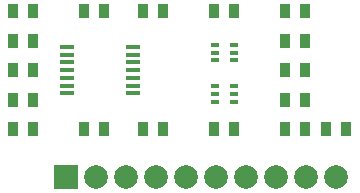
<source format=gbs>
%FSLAX34Y34*%
G04 Gerber Fmt 3.4, Leading zero omitted, Abs format*
G04 (created by PCBNEW (2014-02-02 BZR 4653)-product) date 2014-02-04 11:29:01 PM*
%MOIN*%
G01*
G70*
G90*
G04 APERTURE LIST*
%ADD10C,0.005906*%
%ADD11R,0.051200X0.011800*%
%ADD12R,0.031400X0.015700*%
%ADD13R,0.032000X0.045000*%
%ADD14R,0.078700X0.078700*%
%ADD15C,0.078700*%
G04 APERTURE END LIST*
G54D10*
G54D11*
X41222Y-33437D03*
X41222Y-33187D03*
X41222Y-32927D03*
X41222Y-32677D03*
X41222Y-32417D03*
X41222Y-32162D03*
X41222Y-31907D03*
X43422Y-31907D03*
X43422Y-32162D03*
X43422Y-32417D03*
X43422Y-32677D03*
X43422Y-32932D03*
X43422Y-33187D03*
X43422Y-33442D03*
G54D12*
X46770Y-33209D03*
X46770Y-33464D03*
X46770Y-33719D03*
X46142Y-33719D03*
X46142Y-33464D03*
X46142Y-33209D03*
X46770Y-31831D03*
X46770Y-32086D03*
X46770Y-32341D03*
X46142Y-32341D03*
X46142Y-32086D03*
X46142Y-31831D03*
G54D13*
X48483Y-34645D03*
X49153Y-34645D03*
X42460Y-34645D03*
X41790Y-34645D03*
X40098Y-34645D03*
X39428Y-34645D03*
X49153Y-33661D03*
X48483Y-33661D03*
X49153Y-32677D03*
X48483Y-32677D03*
X49153Y-31692D03*
X48483Y-31692D03*
X49153Y-30708D03*
X48483Y-30708D03*
X44429Y-34645D03*
X43759Y-34645D03*
X46121Y-34645D03*
X46791Y-34645D03*
X46121Y-30708D03*
X46791Y-30708D03*
X40098Y-30708D03*
X39428Y-30708D03*
X39428Y-32677D03*
X40098Y-32677D03*
X39428Y-33661D03*
X40098Y-33661D03*
X40098Y-31692D03*
X39428Y-31692D03*
X42460Y-30708D03*
X41790Y-30708D03*
X50531Y-34645D03*
X49861Y-34645D03*
X44429Y-30708D03*
X43759Y-30708D03*
G54D14*
X41169Y-36220D03*
G54D15*
X42169Y-36220D03*
X43169Y-36220D03*
X44169Y-36220D03*
X45169Y-36220D03*
X46169Y-36220D03*
X47169Y-36220D03*
X48169Y-36220D03*
X49169Y-36220D03*
X50169Y-36220D03*
M02*

</source>
